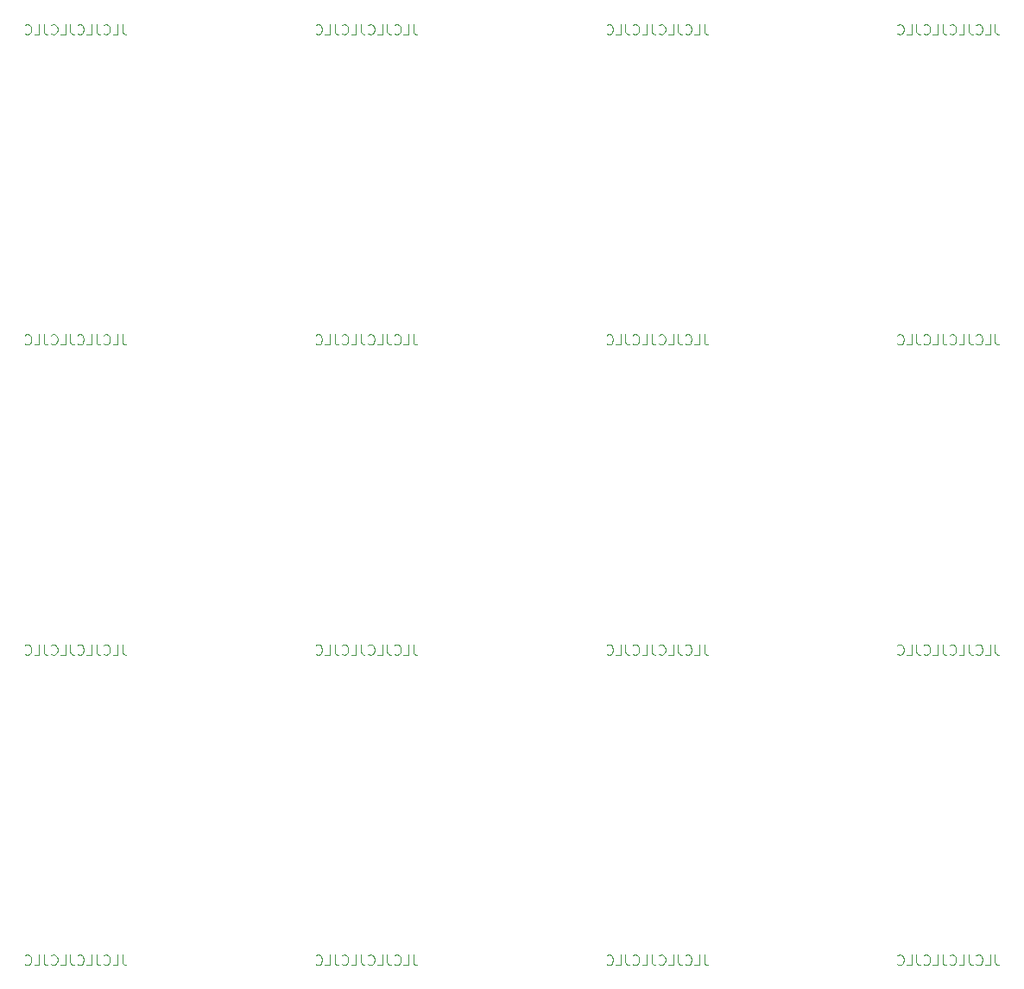
<source format=gbr>
%TF.GenerationSoftware,KiCad,Pcbnew,8.0.6*%
%TF.CreationDate,2024-10-19T01:04:28+01:00*%
%TF.ProjectId,panel,70616e65-6c2e-46b6-9963-61645f706362,rev?*%
%TF.SameCoordinates,Original*%
%TF.FileFunction,Legend,Bot*%
%TF.FilePolarity,Positive*%
%FSLAX46Y46*%
G04 Gerber Fmt 4.6, Leading zero omitted, Abs format (unit mm)*
G04 Created by KiCad (PCBNEW 8.0.6) date 2024-10-19 01:04:28*
%MOMM*%
%LPD*%
G01*
G04 APERTURE LIST*
%ADD10C,0.100000*%
G04 APERTURE END LIST*
D10*
X195840401Y-46012419D02*
X195840401Y-46726704D01*
X195840401Y-46726704D02*
X195888020Y-46869561D01*
X195888020Y-46869561D02*
X195983258Y-46964800D01*
X195983258Y-46964800D02*
X196126115Y-47012419D01*
X196126115Y-47012419D02*
X196221353Y-47012419D01*
X194888020Y-47012419D02*
X195364210Y-47012419D01*
X195364210Y-47012419D02*
X195364210Y-46012419D01*
X193983258Y-46917180D02*
X194030877Y-46964800D01*
X194030877Y-46964800D02*
X194173734Y-47012419D01*
X194173734Y-47012419D02*
X194268972Y-47012419D01*
X194268972Y-47012419D02*
X194411829Y-46964800D01*
X194411829Y-46964800D02*
X194507067Y-46869561D01*
X194507067Y-46869561D02*
X194554686Y-46774323D01*
X194554686Y-46774323D02*
X194602305Y-46583847D01*
X194602305Y-46583847D02*
X194602305Y-46440990D01*
X194602305Y-46440990D02*
X194554686Y-46250514D01*
X194554686Y-46250514D02*
X194507067Y-46155276D01*
X194507067Y-46155276D02*
X194411829Y-46060038D01*
X194411829Y-46060038D02*
X194268972Y-46012419D01*
X194268972Y-46012419D02*
X194173734Y-46012419D01*
X194173734Y-46012419D02*
X194030877Y-46060038D01*
X194030877Y-46060038D02*
X193983258Y-46107657D01*
X193268972Y-46012419D02*
X193268972Y-46726704D01*
X193268972Y-46726704D02*
X193316591Y-46869561D01*
X193316591Y-46869561D02*
X193411829Y-46964800D01*
X193411829Y-46964800D02*
X193554686Y-47012419D01*
X193554686Y-47012419D02*
X193649924Y-47012419D01*
X192316591Y-47012419D02*
X192792781Y-47012419D01*
X192792781Y-47012419D02*
X192792781Y-46012419D01*
X191411829Y-46917180D02*
X191459448Y-46964800D01*
X191459448Y-46964800D02*
X191602305Y-47012419D01*
X191602305Y-47012419D02*
X191697543Y-47012419D01*
X191697543Y-47012419D02*
X191840400Y-46964800D01*
X191840400Y-46964800D02*
X191935638Y-46869561D01*
X191935638Y-46869561D02*
X191983257Y-46774323D01*
X191983257Y-46774323D02*
X192030876Y-46583847D01*
X192030876Y-46583847D02*
X192030876Y-46440990D01*
X192030876Y-46440990D02*
X191983257Y-46250514D01*
X191983257Y-46250514D02*
X191935638Y-46155276D01*
X191935638Y-46155276D02*
X191840400Y-46060038D01*
X191840400Y-46060038D02*
X191697543Y-46012419D01*
X191697543Y-46012419D02*
X191602305Y-46012419D01*
X191602305Y-46012419D02*
X191459448Y-46060038D01*
X191459448Y-46060038D02*
X191411829Y-46107657D01*
X190697543Y-46012419D02*
X190697543Y-46726704D01*
X190697543Y-46726704D02*
X190745162Y-46869561D01*
X190745162Y-46869561D02*
X190840400Y-46964800D01*
X190840400Y-46964800D02*
X190983257Y-47012419D01*
X190983257Y-47012419D02*
X191078495Y-47012419D01*
X189745162Y-47012419D02*
X190221352Y-47012419D01*
X190221352Y-47012419D02*
X190221352Y-46012419D01*
X188840400Y-46917180D02*
X188888019Y-46964800D01*
X188888019Y-46964800D02*
X189030876Y-47012419D01*
X189030876Y-47012419D02*
X189126114Y-47012419D01*
X189126114Y-47012419D02*
X189268971Y-46964800D01*
X189268971Y-46964800D02*
X189364209Y-46869561D01*
X189364209Y-46869561D02*
X189411828Y-46774323D01*
X189411828Y-46774323D02*
X189459447Y-46583847D01*
X189459447Y-46583847D02*
X189459447Y-46440990D01*
X189459447Y-46440990D02*
X189411828Y-46250514D01*
X189411828Y-46250514D02*
X189364209Y-46155276D01*
X189364209Y-46155276D02*
X189268971Y-46060038D01*
X189268971Y-46060038D02*
X189126114Y-46012419D01*
X189126114Y-46012419D02*
X189030876Y-46012419D01*
X189030876Y-46012419D02*
X188888019Y-46060038D01*
X188888019Y-46060038D02*
X188840400Y-46107657D01*
X188126114Y-46012419D02*
X188126114Y-46726704D01*
X188126114Y-46726704D02*
X188173733Y-46869561D01*
X188173733Y-46869561D02*
X188268971Y-46964800D01*
X188268971Y-46964800D02*
X188411828Y-47012419D01*
X188411828Y-47012419D02*
X188507066Y-47012419D01*
X187173733Y-47012419D02*
X187649923Y-47012419D01*
X187649923Y-47012419D02*
X187649923Y-46012419D01*
X186268971Y-46917180D02*
X186316590Y-46964800D01*
X186316590Y-46964800D02*
X186459447Y-47012419D01*
X186459447Y-47012419D02*
X186554685Y-47012419D01*
X186554685Y-47012419D02*
X186697542Y-46964800D01*
X186697542Y-46964800D02*
X186792780Y-46869561D01*
X186792780Y-46869561D02*
X186840399Y-46774323D01*
X186840399Y-46774323D02*
X186888018Y-46583847D01*
X186888018Y-46583847D02*
X186888018Y-46440990D01*
X186888018Y-46440990D02*
X186840399Y-46250514D01*
X186840399Y-46250514D02*
X186792780Y-46155276D01*
X186792780Y-46155276D02*
X186697542Y-46060038D01*
X186697542Y-46060038D02*
X186554685Y-46012419D01*
X186554685Y-46012419D02*
X186459447Y-46012419D01*
X186459447Y-46012419D02*
X186316590Y-46060038D01*
X186316590Y-46060038D02*
X186268971Y-46107657D01*
X167320401Y-137302419D02*
X167320401Y-138016704D01*
X167320401Y-138016704D02*
X167368020Y-138159561D01*
X167368020Y-138159561D02*
X167463258Y-138254800D01*
X167463258Y-138254800D02*
X167606115Y-138302419D01*
X167606115Y-138302419D02*
X167701353Y-138302419D01*
X166368020Y-138302419D02*
X166844210Y-138302419D01*
X166844210Y-138302419D02*
X166844210Y-137302419D01*
X165463258Y-138207180D02*
X165510877Y-138254800D01*
X165510877Y-138254800D02*
X165653734Y-138302419D01*
X165653734Y-138302419D02*
X165748972Y-138302419D01*
X165748972Y-138302419D02*
X165891829Y-138254800D01*
X165891829Y-138254800D02*
X165987067Y-138159561D01*
X165987067Y-138159561D02*
X166034686Y-138064323D01*
X166034686Y-138064323D02*
X166082305Y-137873847D01*
X166082305Y-137873847D02*
X166082305Y-137730990D01*
X166082305Y-137730990D02*
X166034686Y-137540514D01*
X166034686Y-137540514D02*
X165987067Y-137445276D01*
X165987067Y-137445276D02*
X165891829Y-137350038D01*
X165891829Y-137350038D02*
X165748972Y-137302419D01*
X165748972Y-137302419D02*
X165653734Y-137302419D01*
X165653734Y-137302419D02*
X165510877Y-137350038D01*
X165510877Y-137350038D02*
X165463258Y-137397657D01*
X164748972Y-137302419D02*
X164748972Y-138016704D01*
X164748972Y-138016704D02*
X164796591Y-138159561D01*
X164796591Y-138159561D02*
X164891829Y-138254800D01*
X164891829Y-138254800D02*
X165034686Y-138302419D01*
X165034686Y-138302419D02*
X165129924Y-138302419D01*
X163796591Y-138302419D02*
X164272781Y-138302419D01*
X164272781Y-138302419D02*
X164272781Y-137302419D01*
X162891829Y-138207180D02*
X162939448Y-138254800D01*
X162939448Y-138254800D02*
X163082305Y-138302419D01*
X163082305Y-138302419D02*
X163177543Y-138302419D01*
X163177543Y-138302419D02*
X163320400Y-138254800D01*
X163320400Y-138254800D02*
X163415638Y-138159561D01*
X163415638Y-138159561D02*
X163463257Y-138064323D01*
X163463257Y-138064323D02*
X163510876Y-137873847D01*
X163510876Y-137873847D02*
X163510876Y-137730990D01*
X163510876Y-137730990D02*
X163463257Y-137540514D01*
X163463257Y-137540514D02*
X163415638Y-137445276D01*
X163415638Y-137445276D02*
X163320400Y-137350038D01*
X163320400Y-137350038D02*
X163177543Y-137302419D01*
X163177543Y-137302419D02*
X163082305Y-137302419D01*
X163082305Y-137302419D02*
X162939448Y-137350038D01*
X162939448Y-137350038D02*
X162891829Y-137397657D01*
X162177543Y-137302419D02*
X162177543Y-138016704D01*
X162177543Y-138016704D02*
X162225162Y-138159561D01*
X162225162Y-138159561D02*
X162320400Y-138254800D01*
X162320400Y-138254800D02*
X162463257Y-138302419D01*
X162463257Y-138302419D02*
X162558495Y-138302419D01*
X161225162Y-138302419D02*
X161701352Y-138302419D01*
X161701352Y-138302419D02*
X161701352Y-137302419D01*
X160320400Y-138207180D02*
X160368019Y-138254800D01*
X160368019Y-138254800D02*
X160510876Y-138302419D01*
X160510876Y-138302419D02*
X160606114Y-138302419D01*
X160606114Y-138302419D02*
X160748971Y-138254800D01*
X160748971Y-138254800D02*
X160844209Y-138159561D01*
X160844209Y-138159561D02*
X160891828Y-138064323D01*
X160891828Y-138064323D02*
X160939447Y-137873847D01*
X160939447Y-137873847D02*
X160939447Y-137730990D01*
X160939447Y-137730990D02*
X160891828Y-137540514D01*
X160891828Y-137540514D02*
X160844209Y-137445276D01*
X160844209Y-137445276D02*
X160748971Y-137350038D01*
X160748971Y-137350038D02*
X160606114Y-137302419D01*
X160606114Y-137302419D02*
X160510876Y-137302419D01*
X160510876Y-137302419D02*
X160368019Y-137350038D01*
X160368019Y-137350038D02*
X160320400Y-137397657D01*
X159606114Y-137302419D02*
X159606114Y-138016704D01*
X159606114Y-138016704D02*
X159653733Y-138159561D01*
X159653733Y-138159561D02*
X159748971Y-138254800D01*
X159748971Y-138254800D02*
X159891828Y-138302419D01*
X159891828Y-138302419D02*
X159987066Y-138302419D01*
X158653733Y-138302419D02*
X159129923Y-138302419D01*
X159129923Y-138302419D02*
X159129923Y-137302419D01*
X157748971Y-138207180D02*
X157796590Y-138254800D01*
X157796590Y-138254800D02*
X157939447Y-138302419D01*
X157939447Y-138302419D02*
X158034685Y-138302419D01*
X158034685Y-138302419D02*
X158177542Y-138254800D01*
X158177542Y-138254800D02*
X158272780Y-138159561D01*
X158272780Y-138159561D02*
X158320399Y-138064323D01*
X158320399Y-138064323D02*
X158368018Y-137873847D01*
X158368018Y-137873847D02*
X158368018Y-137730990D01*
X158368018Y-137730990D02*
X158320399Y-137540514D01*
X158320399Y-137540514D02*
X158272780Y-137445276D01*
X158272780Y-137445276D02*
X158177542Y-137350038D01*
X158177542Y-137350038D02*
X158034685Y-137302419D01*
X158034685Y-137302419D02*
X157939447Y-137302419D01*
X157939447Y-137302419D02*
X157796590Y-137350038D01*
X157796590Y-137350038D02*
X157748971Y-137397657D01*
X138800401Y-76442419D02*
X138800401Y-77156704D01*
X138800401Y-77156704D02*
X138848020Y-77299561D01*
X138848020Y-77299561D02*
X138943258Y-77394800D01*
X138943258Y-77394800D02*
X139086115Y-77442419D01*
X139086115Y-77442419D02*
X139181353Y-77442419D01*
X137848020Y-77442419D02*
X138324210Y-77442419D01*
X138324210Y-77442419D02*
X138324210Y-76442419D01*
X136943258Y-77347180D02*
X136990877Y-77394800D01*
X136990877Y-77394800D02*
X137133734Y-77442419D01*
X137133734Y-77442419D02*
X137228972Y-77442419D01*
X137228972Y-77442419D02*
X137371829Y-77394800D01*
X137371829Y-77394800D02*
X137467067Y-77299561D01*
X137467067Y-77299561D02*
X137514686Y-77204323D01*
X137514686Y-77204323D02*
X137562305Y-77013847D01*
X137562305Y-77013847D02*
X137562305Y-76870990D01*
X137562305Y-76870990D02*
X137514686Y-76680514D01*
X137514686Y-76680514D02*
X137467067Y-76585276D01*
X137467067Y-76585276D02*
X137371829Y-76490038D01*
X137371829Y-76490038D02*
X137228972Y-76442419D01*
X137228972Y-76442419D02*
X137133734Y-76442419D01*
X137133734Y-76442419D02*
X136990877Y-76490038D01*
X136990877Y-76490038D02*
X136943258Y-76537657D01*
X136228972Y-76442419D02*
X136228972Y-77156704D01*
X136228972Y-77156704D02*
X136276591Y-77299561D01*
X136276591Y-77299561D02*
X136371829Y-77394800D01*
X136371829Y-77394800D02*
X136514686Y-77442419D01*
X136514686Y-77442419D02*
X136609924Y-77442419D01*
X135276591Y-77442419D02*
X135752781Y-77442419D01*
X135752781Y-77442419D02*
X135752781Y-76442419D01*
X134371829Y-77347180D02*
X134419448Y-77394800D01*
X134419448Y-77394800D02*
X134562305Y-77442419D01*
X134562305Y-77442419D02*
X134657543Y-77442419D01*
X134657543Y-77442419D02*
X134800400Y-77394800D01*
X134800400Y-77394800D02*
X134895638Y-77299561D01*
X134895638Y-77299561D02*
X134943257Y-77204323D01*
X134943257Y-77204323D02*
X134990876Y-77013847D01*
X134990876Y-77013847D02*
X134990876Y-76870990D01*
X134990876Y-76870990D02*
X134943257Y-76680514D01*
X134943257Y-76680514D02*
X134895638Y-76585276D01*
X134895638Y-76585276D02*
X134800400Y-76490038D01*
X134800400Y-76490038D02*
X134657543Y-76442419D01*
X134657543Y-76442419D02*
X134562305Y-76442419D01*
X134562305Y-76442419D02*
X134419448Y-76490038D01*
X134419448Y-76490038D02*
X134371829Y-76537657D01*
X133657543Y-76442419D02*
X133657543Y-77156704D01*
X133657543Y-77156704D02*
X133705162Y-77299561D01*
X133705162Y-77299561D02*
X133800400Y-77394800D01*
X133800400Y-77394800D02*
X133943257Y-77442419D01*
X133943257Y-77442419D02*
X134038495Y-77442419D01*
X132705162Y-77442419D02*
X133181352Y-77442419D01*
X133181352Y-77442419D02*
X133181352Y-76442419D01*
X131800400Y-77347180D02*
X131848019Y-77394800D01*
X131848019Y-77394800D02*
X131990876Y-77442419D01*
X131990876Y-77442419D02*
X132086114Y-77442419D01*
X132086114Y-77442419D02*
X132228971Y-77394800D01*
X132228971Y-77394800D02*
X132324209Y-77299561D01*
X132324209Y-77299561D02*
X132371828Y-77204323D01*
X132371828Y-77204323D02*
X132419447Y-77013847D01*
X132419447Y-77013847D02*
X132419447Y-76870990D01*
X132419447Y-76870990D02*
X132371828Y-76680514D01*
X132371828Y-76680514D02*
X132324209Y-76585276D01*
X132324209Y-76585276D02*
X132228971Y-76490038D01*
X132228971Y-76490038D02*
X132086114Y-76442419D01*
X132086114Y-76442419D02*
X131990876Y-76442419D01*
X131990876Y-76442419D02*
X131848019Y-76490038D01*
X131848019Y-76490038D02*
X131800400Y-76537657D01*
X131086114Y-76442419D02*
X131086114Y-77156704D01*
X131086114Y-77156704D02*
X131133733Y-77299561D01*
X131133733Y-77299561D02*
X131228971Y-77394800D01*
X131228971Y-77394800D02*
X131371828Y-77442419D01*
X131371828Y-77442419D02*
X131467066Y-77442419D01*
X130133733Y-77442419D02*
X130609923Y-77442419D01*
X130609923Y-77442419D02*
X130609923Y-76442419D01*
X129228971Y-77347180D02*
X129276590Y-77394800D01*
X129276590Y-77394800D02*
X129419447Y-77442419D01*
X129419447Y-77442419D02*
X129514685Y-77442419D01*
X129514685Y-77442419D02*
X129657542Y-77394800D01*
X129657542Y-77394800D02*
X129752780Y-77299561D01*
X129752780Y-77299561D02*
X129800399Y-77204323D01*
X129800399Y-77204323D02*
X129848018Y-77013847D01*
X129848018Y-77013847D02*
X129848018Y-76870990D01*
X129848018Y-76870990D02*
X129800399Y-76680514D01*
X129800399Y-76680514D02*
X129752780Y-76585276D01*
X129752780Y-76585276D02*
X129657542Y-76490038D01*
X129657542Y-76490038D02*
X129514685Y-76442419D01*
X129514685Y-76442419D02*
X129419447Y-76442419D01*
X129419447Y-76442419D02*
X129276590Y-76490038D01*
X129276590Y-76490038D02*
X129228971Y-76537657D01*
X138800401Y-137302419D02*
X138800401Y-138016704D01*
X138800401Y-138016704D02*
X138848020Y-138159561D01*
X138848020Y-138159561D02*
X138943258Y-138254800D01*
X138943258Y-138254800D02*
X139086115Y-138302419D01*
X139086115Y-138302419D02*
X139181353Y-138302419D01*
X137848020Y-138302419D02*
X138324210Y-138302419D01*
X138324210Y-138302419D02*
X138324210Y-137302419D01*
X136943258Y-138207180D02*
X136990877Y-138254800D01*
X136990877Y-138254800D02*
X137133734Y-138302419D01*
X137133734Y-138302419D02*
X137228972Y-138302419D01*
X137228972Y-138302419D02*
X137371829Y-138254800D01*
X137371829Y-138254800D02*
X137467067Y-138159561D01*
X137467067Y-138159561D02*
X137514686Y-138064323D01*
X137514686Y-138064323D02*
X137562305Y-137873847D01*
X137562305Y-137873847D02*
X137562305Y-137730990D01*
X137562305Y-137730990D02*
X137514686Y-137540514D01*
X137514686Y-137540514D02*
X137467067Y-137445276D01*
X137467067Y-137445276D02*
X137371829Y-137350038D01*
X137371829Y-137350038D02*
X137228972Y-137302419D01*
X137228972Y-137302419D02*
X137133734Y-137302419D01*
X137133734Y-137302419D02*
X136990877Y-137350038D01*
X136990877Y-137350038D02*
X136943258Y-137397657D01*
X136228972Y-137302419D02*
X136228972Y-138016704D01*
X136228972Y-138016704D02*
X136276591Y-138159561D01*
X136276591Y-138159561D02*
X136371829Y-138254800D01*
X136371829Y-138254800D02*
X136514686Y-138302419D01*
X136514686Y-138302419D02*
X136609924Y-138302419D01*
X135276591Y-138302419D02*
X135752781Y-138302419D01*
X135752781Y-138302419D02*
X135752781Y-137302419D01*
X134371829Y-138207180D02*
X134419448Y-138254800D01*
X134419448Y-138254800D02*
X134562305Y-138302419D01*
X134562305Y-138302419D02*
X134657543Y-138302419D01*
X134657543Y-138302419D02*
X134800400Y-138254800D01*
X134800400Y-138254800D02*
X134895638Y-138159561D01*
X134895638Y-138159561D02*
X134943257Y-138064323D01*
X134943257Y-138064323D02*
X134990876Y-137873847D01*
X134990876Y-137873847D02*
X134990876Y-137730990D01*
X134990876Y-137730990D02*
X134943257Y-137540514D01*
X134943257Y-137540514D02*
X134895638Y-137445276D01*
X134895638Y-137445276D02*
X134800400Y-137350038D01*
X134800400Y-137350038D02*
X134657543Y-137302419D01*
X134657543Y-137302419D02*
X134562305Y-137302419D01*
X134562305Y-137302419D02*
X134419448Y-137350038D01*
X134419448Y-137350038D02*
X134371829Y-137397657D01*
X133657543Y-137302419D02*
X133657543Y-138016704D01*
X133657543Y-138016704D02*
X133705162Y-138159561D01*
X133705162Y-138159561D02*
X133800400Y-138254800D01*
X133800400Y-138254800D02*
X133943257Y-138302419D01*
X133943257Y-138302419D02*
X134038495Y-138302419D01*
X132705162Y-138302419D02*
X133181352Y-138302419D01*
X133181352Y-138302419D02*
X133181352Y-137302419D01*
X131800400Y-138207180D02*
X131848019Y-138254800D01*
X131848019Y-138254800D02*
X131990876Y-138302419D01*
X131990876Y-138302419D02*
X132086114Y-138302419D01*
X132086114Y-138302419D02*
X132228971Y-138254800D01*
X132228971Y-138254800D02*
X132324209Y-138159561D01*
X132324209Y-138159561D02*
X132371828Y-138064323D01*
X132371828Y-138064323D02*
X132419447Y-137873847D01*
X132419447Y-137873847D02*
X132419447Y-137730990D01*
X132419447Y-137730990D02*
X132371828Y-137540514D01*
X132371828Y-137540514D02*
X132324209Y-137445276D01*
X132324209Y-137445276D02*
X132228971Y-137350038D01*
X132228971Y-137350038D02*
X132086114Y-137302419D01*
X132086114Y-137302419D02*
X131990876Y-137302419D01*
X131990876Y-137302419D02*
X131848019Y-137350038D01*
X131848019Y-137350038D02*
X131800400Y-137397657D01*
X131086114Y-137302419D02*
X131086114Y-138016704D01*
X131086114Y-138016704D02*
X131133733Y-138159561D01*
X131133733Y-138159561D02*
X131228971Y-138254800D01*
X131228971Y-138254800D02*
X131371828Y-138302419D01*
X131371828Y-138302419D02*
X131467066Y-138302419D01*
X130133733Y-138302419D02*
X130609923Y-138302419D01*
X130609923Y-138302419D02*
X130609923Y-137302419D01*
X129228971Y-138207180D02*
X129276590Y-138254800D01*
X129276590Y-138254800D02*
X129419447Y-138302419D01*
X129419447Y-138302419D02*
X129514685Y-138302419D01*
X129514685Y-138302419D02*
X129657542Y-138254800D01*
X129657542Y-138254800D02*
X129752780Y-138159561D01*
X129752780Y-138159561D02*
X129800399Y-138064323D01*
X129800399Y-138064323D02*
X129848018Y-137873847D01*
X129848018Y-137873847D02*
X129848018Y-137730990D01*
X129848018Y-137730990D02*
X129800399Y-137540514D01*
X129800399Y-137540514D02*
X129752780Y-137445276D01*
X129752780Y-137445276D02*
X129657542Y-137350038D01*
X129657542Y-137350038D02*
X129514685Y-137302419D01*
X129514685Y-137302419D02*
X129419447Y-137302419D01*
X129419447Y-137302419D02*
X129276590Y-137350038D01*
X129276590Y-137350038D02*
X129228971Y-137397657D01*
X110280401Y-137302419D02*
X110280401Y-138016704D01*
X110280401Y-138016704D02*
X110328020Y-138159561D01*
X110328020Y-138159561D02*
X110423258Y-138254800D01*
X110423258Y-138254800D02*
X110566115Y-138302419D01*
X110566115Y-138302419D02*
X110661353Y-138302419D01*
X109328020Y-138302419D02*
X109804210Y-138302419D01*
X109804210Y-138302419D02*
X109804210Y-137302419D01*
X108423258Y-138207180D02*
X108470877Y-138254800D01*
X108470877Y-138254800D02*
X108613734Y-138302419D01*
X108613734Y-138302419D02*
X108708972Y-138302419D01*
X108708972Y-138302419D02*
X108851829Y-138254800D01*
X108851829Y-138254800D02*
X108947067Y-138159561D01*
X108947067Y-138159561D02*
X108994686Y-138064323D01*
X108994686Y-138064323D02*
X109042305Y-137873847D01*
X109042305Y-137873847D02*
X109042305Y-137730990D01*
X109042305Y-137730990D02*
X108994686Y-137540514D01*
X108994686Y-137540514D02*
X108947067Y-137445276D01*
X108947067Y-137445276D02*
X108851829Y-137350038D01*
X108851829Y-137350038D02*
X108708972Y-137302419D01*
X108708972Y-137302419D02*
X108613734Y-137302419D01*
X108613734Y-137302419D02*
X108470877Y-137350038D01*
X108470877Y-137350038D02*
X108423258Y-137397657D01*
X107708972Y-137302419D02*
X107708972Y-138016704D01*
X107708972Y-138016704D02*
X107756591Y-138159561D01*
X107756591Y-138159561D02*
X107851829Y-138254800D01*
X107851829Y-138254800D02*
X107994686Y-138302419D01*
X107994686Y-138302419D02*
X108089924Y-138302419D01*
X106756591Y-138302419D02*
X107232781Y-138302419D01*
X107232781Y-138302419D02*
X107232781Y-137302419D01*
X105851829Y-138207180D02*
X105899448Y-138254800D01*
X105899448Y-138254800D02*
X106042305Y-138302419D01*
X106042305Y-138302419D02*
X106137543Y-138302419D01*
X106137543Y-138302419D02*
X106280400Y-138254800D01*
X106280400Y-138254800D02*
X106375638Y-138159561D01*
X106375638Y-138159561D02*
X106423257Y-138064323D01*
X106423257Y-138064323D02*
X106470876Y-137873847D01*
X106470876Y-137873847D02*
X106470876Y-137730990D01*
X106470876Y-137730990D02*
X106423257Y-137540514D01*
X106423257Y-137540514D02*
X106375638Y-137445276D01*
X106375638Y-137445276D02*
X106280400Y-137350038D01*
X106280400Y-137350038D02*
X106137543Y-137302419D01*
X106137543Y-137302419D02*
X106042305Y-137302419D01*
X106042305Y-137302419D02*
X105899448Y-137350038D01*
X105899448Y-137350038D02*
X105851829Y-137397657D01*
X105137543Y-137302419D02*
X105137543Y-138016704D01*
X105137543Y-138016704D02*
X105185162Y-138159561D01*
X105185162Y-138159561D02*
X105280400Y-138254800D01*
X105280400Y-138254800D02*
X105423257Y-138302419D01*
X105423257Y-138302419D02*
X105518495Y-138302419D01*
X104185162Y-138302419D02*
X104661352Y-138302419D01*
X104661352Y-138302419D02*
X104661352Y-137302419D01*
X103280400Y-138207180D02*
X103328019Y-138254800D01*
X103328019Y-138254800D02*
X103470876Y-138302419D01*
X103470876Y-138302419D02*
X103566114Y-138302419D01*
X103566114Y-138302419D02*
X103708971Y-138254800D01*
X103708971Y-138254800D02*
X103804209Y-138159561D01*
X103804209Y-138159561D02*
X103851828Y-138064323D01*
X103851828Y-138064323D02*
X103899447Y-137873847D01*
X103899447Y-137873847D02*
X103899447Y-137730990D01*
X103899447Y-137730990D02*
X103851828Y-137540514D01*
X103851828Y-137540514D02*
X103804209Y-137445276D01*
X103804209Y-137445276D02*
X103708971Y-137350038D01*
X103708971Y-137350038D02*
X103566114Y-137302419D01*
X103566114Y-137302419D02*
X103470876Y-137302419D01*
X103470876Y-137302419D02*
X103328019Y-137350038D01*
X103328019Y-137350038D02*
X103280400Y-137397657D01*
X102566114Y-137302419D02*
X102566114Y-138016704D01*
X102566114Y-138016704D02*
X102613733Y-138159561D01*
X102613733Y-138159561D02*
X102708971Y-138254800D01*
X102708971Y-138254800D02*
X102851828Y-138302419D01*
X102851828Y-138302419D02*
X102947066Y-138302419D01*
X101613733Y-138302419D02*
X102089923Y-138302419D01*
X102089923Y-138302419D02*
X102089923Y-137302419D01*
X100708971Y-138207180D02*
X100756590Y-138254800D01*
X100756590Y-138254800D02*
X100899447Y-138302419D01*
X100899447Y-138302419D02*
X100994685Y-138302419D01*
X100994685Y-138302419D02*
X101137542Y-138254800D01*
X101137542Y-138254800D02*
X101232780Y-138159561D01*
X101232780Y-138159561D02*
X101280399Y-138064323D01*
X101280399Y-138064323D02*
X101328018Y-137873847D01*
X101328018Y-137873847D02*
X101328018Y-137730990D01*
X101328018Y-137730990D02*
X101280399Y-137540514D01*
X101280399Y-137540514D02*
X101232780Y-137445276D01*
X101232780Y-137445276D02*
X101137542Y-137350038D01*
X101137542Y-137350038D02*
X100994685Y-137302419D01*
X100994685Y-137302419D02*
X100899447Y-137302419D01*
X100899447Y-137302419D02*
X100756590Y-137350038D01*
X100756590Y-137350038D02*
X100708971Y-137397657D01*
X138800401Y-46012419D02*
X138800401Y-46726704D01*
X138800401Y-46726704D02*
X138848020Y-46869561D01*
X138848020Y-46869561D02*
X138943258Y-46964800D01*
X138943258Y-46964800D02*
X139086115Y-47012419D01*
X139086115Y-47012419D02*
X139181353Y-47012419D01*
X137848020Y-47012419D02*
X138324210Y-47012419D01*
X138324210Y-47012419D02*
X138324210Y-46012419D01*
X136943258Y-46917180D02*
X136990877Y-46964800D01*
X136990877Y-46964800D02*
X137133734Y-47012419D01*
X137133734Y-47012419D02*
X137228972Y-47012419D01*
X137228972Y-47012419D02*
X137371829Y-46964800D01*
X137371829Y-46964800D02*
X137467067Y-46869561D01*
X137467067Y-46869561D02*
X137514686Y-46774323D01*
X137514686Y-46774323D02*
X137562305Y-46583847D01*
X137562305Y-46583847D02*
X137562305Y-46440990D01*
X137562305Y-46440990D02*
X137514686Y-46250514D01*
X137514686Y-46250514D02*
X137467067Y-46155276D01*
X137467067Y-46155276D02*
X137371829Y-46060038D01*
X137371829Y-46060038D02*
X137228972Y-46012419D01*
X137228972Y-46012419D02*
X137133734Y-46012419D01*
X137133734Y-46012419D02*
X136990877Y-46060038D01*
X136990877Y-46060038D02*
X136943258Y-46107657D01*
X136228972Y-46012419D02*
X136228972Y-46726704D01*
X136228972Y-46726704D02*
X136276591Y-46869561D01*
X136276591Y-46869561D02*
X136371829Y-46964800D01*
X136371829Y-46964800D02*
X136514686Y-47012419D01*
X136514686Y-47012419D02*
X136609924Y-47012419D01*
X135276591Y-47012419D02*
X135752781Y-47012419D01*
X135752781Y-47012419D02*
X135752781Y-46012419D01*
X134371829Y-46917180D02*
X134419448Y-46964800D01*
X134419448Y-46964800D02*
X134562305Y-47012419D01*
X134562305Y-47012419D02*
X134657543Y-47012419D01*
X134657543Y-47012419D02*
X134800400Y-46964800D01*
X134800400Y-46964800D02*
X134895638Y-46869561D01*
X134895638Y-46869561D02*
X134943257Y-46774323D01*
X134943257Y-46774323D02*
X134990876Y-46583847D01*
X134990876Y-46583847D02*
X134990876Y-46440990D01*
X134990876Y-46440990D02*
X134943257Y-46250514D01*
X134943257Y-46250514D02*
X134895638Y-46155276D01*
X134895638Y-46155276D02*
X134800400Y-46060038D01*
X134800400Y-46060038D02*
X134657543Y-46012419D01*
X134657543Y-46012419D02*
X134562305Y-46012419D01*
X134562305Y-46012419D02*
X134419448Y-46060038D01*
X134419448Y-46060038D02*
X134371829Y-46107657D01*
X133657543Y-46012419D02*
X133657543Y-46726704D01*
X133657543Y-46726704D02*
X133705162Y-46869561D01*
X133705162Y-46869561D02*
X133800400Y-46964800D01*
X133800400Y-46964800D02*
X133943257Y-47012419D01*
X133943257Y-47012419D02*
X134038495Y-47012419D01*
X132705162Y-47012419D02*
X133181352Y-47012419D01*
X133181352Y-47012419D02*
X133181352Y-46012419D01*
X131800400Y-46917180D02*
X131848019Y-46964800D01*
X131848019Y-46964800D02*
X131990876Y-47012419D01*
X131990876Y-47012419D02*
X132086114Y-47012419D01*
X132086114Y-47012419D02*
X132228971Y-46964800D01*
X132228971Y-46964800D02*
X132324209Y-46869561D01*
X132324209Y-46869561D02*
X132371828Y-46774323D01*
X132371828Y-46774323D02*
X132419447Y-46583847D01*
X132419447Y-46583847D02*
X132419447Y-46440990D01*
X132419447Y-46440990D02*
X132371828Y-46250514D01*
X132371828Y-46250514D02*
X132324209Y-46155276D01*
X132324209Y-46155276D02*
X132228971Y-46060038D01*
X132228971Y-46060038D02*
X132086114Y-46012419D01*
X132086114Y-46012419D02*
X131990876Y-46012419D01*
X131990876Y-46012419D02*
X131848019Y-46060038D01*
X131848019Y-46060038D02*
X131800400Y-46107657D01*
X131086114Y-46012419D02*
X131086114Y-46726704D01*
X131086114Y-46726704D02*
X131133733Y-46869561D01*
X131133733Y-46869561D02*
X131228971Y-46964800D01*
X131228971Y-46964800D02*
X131371828Y-47012419D01*
X131371828Y-47012419D02*
X131467066Y-47012419D01*
X130133733Y-47012419D02*
X130609923Y-47012419D01*
X130609923Y-47012419D02*
X130609923Y-46012419D01*
X129228971Y-46917180D02*
X129276590Y-46964800D01*
X129276590Y-46964800D02*
X129419447Y-47012419D01*
X129419447Y-47012419D02*
X129514685Y-47012419D01*
X129514685Y-47012419D02*
X129657542Y-46964800D01*
X129657542Y-46964800D02*
X129752780Y-46869561D01*
X129752780Y-46869561D02*
X129800399Y-46774323D01*
X129800399Y-46774323D02*
X129848018Y-46583847D01*
X129848018Y-46583847D02*
X129848018Y-46440990D01*
X129848018Y-46440990D02*
X129800399Y-46250514D01*
X129800399Y-46250514D02*
X129752780Y-46155276D01*
X129752780Y-46155276D02*
X129657542Y-46060038D01*
X129657542Y-46060038D02*
X129514685Y-46012419D01*
X129514685Y-46012419D02*
X129419447Y-46012419D01*
X129419447Y-46012419D02*
X129276590Y-46060038D01*
X129276590Y-46060038D02*
X129228971Y-46107657D01*
X167320401Y-76442419D02*
X167320401Y-77156704D01*
X167320401Y-77156704D02*
X167368020Y-77299561D01*
X167368020Y-77299561D02*
X167463258Y-77394800D01*
X167463258Y-77394800D02*
X167606115Y-77442419D01*
X167606115Y-77442419D02*
X167701353Y-77442419D01*
X166368020Y-77442419D02*
X166844210Y-77442419D01*
X166844210Y-77442419D02*
X166844210Y-76442419D01*
X165463258Y-77347180D02*
X165510877Y-77394800D01*
X165510877Y-77394800D02*
X165653734Y-77442419D01*
X165653734Y-77442419D02*
X165748972Y-77442419D01*
X165748972Y-77442419D02*
X165891829Y-77394800D01*
X165891829Y-77394800D02*
X165987067Y-77299561D01*
X165987067Y-77299561D02*
X166034686Y-77204323D01*
X166034686Y-77204323D02*
X166082305Y-77013847D01*
X166082305Y-77013847D02*
X166082305Y-76870990D01*
X166082305Y-76870990D02*
X166034686Y-76680514D01*
X166034686Y-76680514D02*
X165987067Y-76585276D01*
X165987067Y-76585276D02*
X165891829Y-76490038D01*
X165891829Y-76490038D02*
X165748972Y-76442419D01*
X165748972Y-76442419D02*
X165653734Y-76442419D01*
X165653734Y-76442419D02*
X165510877Y-76490038D01*
X165510877Y-76490038D02*
X165463258Y-76537657D01*
X164748972Y-76442419D02*
X164748972Y-77156704D01*
X164748972Y-77156704D02*
X164796591Y-77299561D01*
X164796591Y-77299561D02*
X164891829Y-77394800D01*
X164891829Y-77394800D02*
X165034686Y-77442419D01*
X165034686Y-77442419D02*
X165129924Y-77442419D01*
X163796591Y-77442419D02*
X164272781Y-77442419D01*
X164272781Y-77442419D02*
X164272781Y-76442419D01*
X162891829Y-77347180D02*
X162939448Y-77394800D01*
X162939448Y-77394800D02*
X163082305Y-77442419D01*
X163082305Y-77442419D02*
X163177543Y-77442419D01*
X163177543Y-77442419D02*
X163320400Y-77394800D01*
X163320400Y-77394800D02*
X163415638Y-77299561D01*
X163415638Y-77299561D02*
X163463257Y-77204323D01*
X163463257Y-77204323D02*
X163510876Y-77013847D01*
X163510876Y-77013847D02*
X163510876Y-76870990D01*
X163510876Y-76870990D02*
X163463257Y-76680514D01*
X163463257Y-76680514D02*
X163415638Y-76585276D01*
X163415638Y-76585276D02*
X163320400Y-76490038D01*
X163320400Y-76490038D02*
X163177543Y-76442419D01*
X163177543Y-76442419D02*
X163082305Y-76442419D01*
X163082305Y-76442419D02*
X162939448Y-76490038D01*
X162939448Y-76490038D02*
X162891829Y-76537657D01*
X162177543Y-76442419D02*
X162177543Y-77156704D01*
X162177543Y-77156704D02*
X162225162Y-77299561D01*
X162225162Y-77299561D02*
X162320400Y-77394800D01*
X162320400Y-77394800D02*
X162463257Y-77442419D01*
X162463257Y-77442419D02*
X162558495Y-77442419D01*
X161225162Y-77442419D02*
X161701352Y-77442419D01*
X161701352Y-77442419D02*
X161701352Y-76442419D01*
X160320400Y-77347180D02*
X160368019Y-77394800D01*
X160368019Y-77394800D02*
X160510876Y-77442419D01*
X160510876Y-77442419D02*
X160606114Y-77442419D01*
X160606114Y-77442419D02*
X160748971Y-77394800D01*
X160748971Y-77394800D02*
X160844209Y-77299561D01*
X160844209Y-77299561D02*
X160891828Y-77204323D01*
X160891828Y-77204323D02*
X160939447Y-77013847D01*
X160939447Y-77013847D02*
X160939447Y-76870990D01*
X160939447Y-76870990D02*
X160891828Y-76680514D01*
X160891828Y-76680514D02*
X160844209Y-76585276D01*
X160844209Y-76585276D02*
X160748971Y-76490038D01*
X160748971Y-76490038D02*
X160606114Y-76442419D01*
X160606114Y-76442419D02*
X160510876Y-76442419D01*
X160510876Y-76442419D02*
X160368019Y-76490038D01*
X160368019Y-76490038D02*
X160320400Y-76537657D01*
X159606114Y-76442419D02*
X159606114Y-77156704D01*
X159606114Y-77156704D02*
X159653733Y-77299561D01*
X159653733Y-77299561D02*
X159748971Y-77394800D01*
X159748971Y-77394800D02*
X159891828Y-77442419D01*
X159891828Y-77442419D02*
X159987066Y-77442419D01*
X158653733Y-77442419D02*
X159129923Y-77442419D01*
X159129923Y-77442419D02*
X159129923Y-76442419D01*
X157748971Y-77347180D02*
X157796590Y-77394800D01*
X157796590Y-77394800D02*
X157939447Y-77442419D01*
X157939447Y-77442419D02*
X158034685Y-77442419D01*
X158034685Y-77442419D02*
X158177542Y-77394800D01*
X158177542Y-77394800D02*
X158272780Y-77299561D01*
X158272780Y-77299561D02*
X158320399Y-77204323D01*
X158320399Y-77204323D02*
X158368018Y-77013847D01*
X158368018Y-77013847D02*
X158368018Y-76870990D01*
X158368018Y-76870990D02*
X158320399Y-76680514D01*
X158320399Y-76680514D02*
X158272780Y-76585276D01*
X158272780Y-76585276D02*
X158177542Y-76490038D01*
X158177542Y-76490038D02*
X158034685Y-76442419D01*
X158034685Y-76442419D02*
X157939447Y-76442419D01*
X157939447Y-76442419D02*
X157796590Y-76490038D01*
X157796590Y-76490038D02*
X157748971Y-76537657D01*
X195840401Y-106872419D02*
X195840401Y-107586704D01*
X195840401Y-107586704D02*
X195888020Y-107729561D01*
X195888020Y-107729561D02*
X195983258Y-107824800D01*
X195983258Y-107824800D02*
X196126115Y-107872419D01*
X196126115Y-107872419D02*
X196221353Y-107872419D01*
X194888020Y-107872419D02*
X195364210Y-107872419D01*
X195364210Y-107872419D02*
X195364210Y-106872419D01*
X193983258Y-107777180D02*
X194030877Y-107824800D01*
X194030877Y-107824800D02*
X194173734Y-107872419D01*
X194173734Y-107872419D02*
X194268972Y-107872419D01*
X194268972Y-107872419D02*
X194411829Y-107824800D01*
X194411829Y-107824800D02*
X194507067Y-107729561D01*
X194507067Y-107729561D02*
X194554686Y-107634323D01*
X194554686Y-107634323D02*
X194602305Y-107443847D01*
X194602305Y-107443847D02*
X194602305Y-107300990D01*
X194602305Y-107300990D02*
X194554686Y-107110514D01*
X194554686Y-107110514D02*
X194507067Y-107015276D01*
X194507067Y-107015276D02*
X194411829Y-106920038D01*
X194411829Y-106920038D02*
X194268972Y-106872419D01*
X194268972Y-106872419D02*
X194173734Y-106872419D01*
X194173734Y-106872419D02*
X194030877Y-106920038D01*
X194030877Y-106920038D02*
X193983258Y-106967657D01*
X193268972Y-106872419D02*
X193268972Y-107586704D01*
X193268972Y-107586704D02*
X193316591Y-107729561D01*
X193316591Y-107729561D02*
X193411829Y-107824800D01*
X193411829Y-107824800D02*
X193554686Y-107872419D01*
X193554686Y-107872419D02*
X193649924Y-107872419D01*
X192316591Y-107872419D02*
X192792781Y-107872419D01*
X192792781Y-107872419D02*
X192792781Y-106872419D01*
X191411829Y-107777180D02*
X191459448Y-107824800D01*
X191459448Y-107824800D02*
X191602305Y-107872419D01*
X191602305Y-107872419D02*
X191697543Y-107872419D01*
X191697543Y-107872419D02*
X191840400Y-107824800D01*
X191840400Y-107824800D02*
X191935638Y-107729561D01*
X191935638Y-107729561D02*
X191983257Y-107634323D01*
X191983257Y-107634323D02*
X192030876Y-107443847D01*
X192030876Y-107443847D02*
X192030876Y-107300990D01*
X192030876Y-107300990D02*
X191983257Y-107110514D01*
X191983257Y-107110514D02*
X191935638Y-107015276D01*
X191935638Y-107015276D02*
X191840400Y-106920038D01*
X191840400Y-106920038D02*
X191697543Y-106872419D01*
X191697543Y-106872419D02*
X191602305Y-106872419D01*
X191602305Y-106872419D02*
X191459448Y-106920038D01*
X191459448Y-106920038D02*
X191411829Y-106967657D01*
X190697543Y-106872419D02*
X190697543Y-107586704D01*
X190697543Y-107586704D02*
X190745162Y-107729561D01*
X190745162Y-107729561D02*
X190840400Y-107824800D01*
X190840400Y-107824800D02*
X190983257Y-107872419D01*
X190983257Y-107872419D02*
X191078495Y-107872419D01*
X189745162Y-107872419D02*
X190221352Y-107872419D01*
X190221352Y-107872419D02*
X190221352Y-106872419D01*
X188840400Y-107777180D02*
X188888019Y-107824800D01*
X188888019Y-107824800D02*
X189030876Y-107872419D01*
X189030876Y-107872419D02*
X189126114Y-107872419D01*
X189126114Y-107872419D02*
X189268971Y-107824800D01*
X189268971Y-107824800D02*
X189364209Y-107729561D01*
X189364209Y-107729561D02*
X189411828Y-107634323D01*
X189411828Y-107634323D02*
X189459447Y-107443847D01*
X189459447Y-107443847D02*
X189459447Y-107300990D01*
X189459447Y-107300990D02*
X189411828Y-107110514D01*
X189411828Y-107110514D02*
X189364209Y-107015276D01*
X189364209Y-107015276D02*
X189268971Y-106920038D01*
X189268971Y-106920038D02*
X189126114Y-106872419D01*
X189126114Y-106872419D02*
X189030876Y-106872419D01*
X189030876Y-106872419D02*
X188888019Y-106920038D01*
X188888019Y-106920038D02*
X188840400Y-106967657D01*
X188126114Y-106872419D02*
X188126114Y-107586704D01*
X188126114Y-107586704D02*
X188173733Y-107729561D01*
X188173733Y-107729561D02*
X188268971Y-107824800D01*
X188268971Y-107824800D02*
X188411828Y-107872419D01*
X188411828Y-107872419D02*
X188507066Y-107872419D01*
X187173733Y-107872419D02*
X187649923Y-107872419D01*
X187649923Y-107872419D02*
X187649923Y-106872419D01*
X186268971Y-107777180D02*
X186316590Y-107824800D01*
X186316590Y-107824800D02*
X186459447Y-107872419D01*
X186459447Y-107872419D02*
X186554685Y-107872419D01*
X186554685Y-107872419D02*
X186697542Y-107824800D01*
X186697542Y-107824800D02*
X186792780Y-107729561D01*
X186792780Y-107729561D02*
X186840399Y-107634323D01*
X186840399Y-107634323D02*
X186888018Y-107443847D01*
X186888018Y-107443847D02*
X186888018Y-107300990D01*
X186888018Y-107300990D02*
X186840399Y-107110514D01*
X186840399Y-107110514D02*
X186792780Y-107015276D01*
X186792780Y-107015276D02*
X186697542Y-106920038D01*
X186697542Y-106920038D02*
X186554685Y-106872419D01*
X186554685Y-106872419D02*
X186459447Y-106872419D01*
X186459447Y-106872419D02*
X186316590Y-106920038D01*
X186316590Y-106920038D02*
X186268971Y-106967657D01*
X138800401Y-106872419D02*
X138800401Y-107586704D01*
X138800401Y-107586704D02*
X138848020Y-107729561D01*
X138848020Y-107729561D02*
X138943258Y-107824800D01*
X138943258Y-107824800D02*
X139086115Y-107872419D01*
X139086115Y-107872419D02*
X139181353Y-107872419D01*
X137848020Y-107872419D02*
X138324210Y-107872419D01*
X138324210Y-107872419D02*
X138324210Y-106872419D01*
X136943258Y-107777180D02*
X136990877Y-107824800D01*
X136990877Y-107824800D02*
X137133734Y-107872419D01*
X137133734Y-107872419D02*
X137228972Y-107872419D01*
X137228972Y-107872419D02*
X137371829Y-107824800D01*
X137371829Y-107824800D02*
X137467067Y-107729561D01*
X137467067Y-107729561D02*
X137514686Y-107634323D01*
X137514686Y-107634323D02*
X137562305Y-107443847D01*
X137562305Y-107443847D02*
X137562305Y-107300990D01*
X137562305Y-107300990D02*
X137514686Y-107110514D01*
X137514686Y-107110514D02*
X137467067Y-107015276D01*
X137467067Y-107015276D02*
X137371829Y-106920038D01*
X137371829Y-106920038D02*
X137228972Y-106872419D01*
X137228972Y-106872419D02*
X137133734Y-106872419D01*
X137133734Y-106872419D02*
X136990877Y-106920038D01*
X136990877Y-106920038D02*
X136943258Y-106967657D01*
X136228972Y-106872419D02*
X136228972Y-107586704D01*
X136228972Y-107586704D02*
X136276591Y-107729561D01*
X136276591Y-107729561D02*
X136371829Y-107824800D01*
X136371829Y-107824800D02*
X136514686Y-107872419D01*
X136514686Y-107872419D02*
X136609924Y-107872419D01*
X135276591Y-107872419D02*
X135752781Y-107872419D01*
X135752781Y-107872419D02*
X135752781Y-106872419D01*
X134371829Y-107777180D02*
X134419448Y-107824800D01*
X134419448Y-107824800D02*
X134562305Y-107872419D01*
X134562305Y-107872419D02*
X134657543Y-107872419D01*
X134657543Y-107872419D02*
X134800400Y-107824800D01*
X134800400Y-107824800D02*
X134895638Y-107729561D01*
X134895638Y-107729561D02*
X134943257Y-107634323D01*
X134943257Y-107634323D02*
X134990876Y-107443847D01*
X134990876Y-107443847D02*
X134990876Y-107300990D01*
X134990876Y-107300990D02*
X134943257Y-107110514D01*
X134943257Y-107110514D02*
X134895638Y-107015276D01*
X134895638Y-107015276D02*
X134800400Y-106920038D01*
X134800400Y-106920038D02*
X134657543Y-106872419D01*
X134657543Y-106872419D02*
X134562305Y-106872419D01*
X134562305Y-106872419D02*
X134419448Y-106920038D01*
X134419448Y-106920038D02*
X134371829Y-106967657D01*
X133657543Y-106872419D02*
X133657543Y-107586704D01*
X133657543Y-107586704D02*
X133705162Y-107729561D01*
X133705162Y-107729561D02*
X133800400Y-107824800D01*
X133800400Y-107824800D02*
X133943257Y-107872419D01*
X133943257Y-107872419D02*
X134038495Y-107872419D01*
X132705162Y-107872419D02*
X133181352Y-107872419D01*
X133181352Y-107872419D02*
X133181352Y-106872419D01*
X131800400Y-107777180D02*
X131848019Y-107824800D01*
X131848019Y-107824800D02*
X131990876Y-107872419D01*
X131990876Y-107872419D02*
X132086114Y-107872419D01*
X132086114Y-107872419D02*
X132228971Y-107824800D01*
X132228971Y-107824800D02*
X132324209Y-107729561D01*
X132324209Y-107729561D02*
X132371828Y-107634323D01*
X132371828Y-107634323D02*
X132419447Y-107443847D01*
X132419447Y-107443847D02*
X132419447Y-107300990D01*
X132419447Y-107300990D02*
X132371828Y-107110514D01*
X132371828Y-107110514D02*
X132324209Y-107015276D01*
X132324209Y-107015276D02*
X132228971Y-106920038D01*
X132228971Y-106920038D02*
X132086114Y-106872419D01*
X132086114Y-106872419D02*
X131990876Y-106872419D01*
X131990876Y-106872419D02*
X131848019Y-106920038D01*
X131848019Y-106920038D02*
X131800400Y-106967657D01*
X131086114Y-106872419D02*
X131086114Y-107586704D01*
X131086114Y-107586704D02*
X131133733Y-107729561D01*
X131133733Y-107729561D02*
X131228971Y-107824800D01*
X131228971Y-107824800D02*
X131371828Y-107872419D01*
X131371828Y-107872419D02*
X131467066Y-107872419D01*
X130133733Y-107872419D02*
X130609923Y-107872419D01*
X130609923Y-107872419D02*
X130609923Y-106872419D01*
X129228971Y-107777180D02*
X129276590Y-107824800D01*
X129276590Y-107824800D02*
X129419447Y-107872419D01*
X129419447Y-107872419D02*
X129514685Y-107872419D01*
X129514685Y-107872419D02*
X129657542Y-107824800D01*
X129657542Y-107824800D02*
X129752780Y-107729561D01*
X129752780Y-107729561D02*
X129800399Y-107634323D01*
X129800399Y-107634323D02*
X129848018Y-107443847D01*
X129848018Y-107443847D02*
X129848018Y-107300990D01*
X129848018Y-107300990D02*
X129800399Y-107110514D01*
X129800399Y-107110514D02*
X129752780Y-107015276D01*
X129752780Y-107015276D02*
X129657542Y-106920038D01*
X129657542Y-106920038D02*
X129514685Y-106872419D01*
X129514685Y-106872419D02*
X129419447Y-106872419D01*
X129419447Y-106872419D02*
X129276590Y-106920038D01*
X129276590Y-106920038D02*
X129228971Y-106967657D01*
X110280401Y-76442419D02*
X110280401Y-77156704D01*
X110280401Y-77156704D02*
X110328020Y-77299561D01*
X110328020Y-77299561D02*
X110423258Y-77394800D01*
X110423258Y-77394800D02*
X110566115Y-77442419D01*
X110566115Y-77442419D02*
X110661353Y-77442419D01*
X109328020Y-77442419D02*
X109804210Y-77442419D01*
X109804210Y-77442419D02*
X109804210Y-76442419D01*
X108423258Y-77347180D02*
X108470877Y-77394800D01*
X108470877Y-77394800D02*
X108613734Y-77442419D01*
X108613734Y-77442419D02*
X108708972Y-77442419D01*
X108708972Y-77442419D02*
X108851829Y-77394800D01*
X108851829Y-77394800D02*
X108947067Y-77299561D01*
X108947067Y-77299561D02*
X108994686Y-77204323D01*
X108994686Y-77204323D02*
X109042305Y-77013847D01*
X109042305Y-77013847D02*
X109042305Y-76870990D01*
X109042305Y-76870990D02*
X108994686Y-76680514D01*
X108994686Y-76680514D02*
X108947067Y-76585276D01*
X108947067Y-76585276D02*
X108851829Y-76490038D01*
X108851829Y-76490038D02*
X108708972Y-76442419D01*
X108708972Y-76442419D02*
X108613734Y-76442419D01*
X108613734Y-76442419D02*
X108470877Y-76490038D01*
X108470877Y-76490038D02*
X108423258Y-76537657D01*
X107708972Y-76442419D02*
X107708972Y-77156704D01*
X107708972Y-77156704D02*
X107756591Y-77299561D01*
X107756591Y-77299561D02*
X107851829Y-77394800D01*
X107851829Y-77394800D02*
X107994686Y-77442419D01*
X107994686Y-77442419D02*
X108089924Y-77442419D01*
X106756591Y-77442419D02*
X107232781Y-77442419D01*
X107232781Y-77442419D02*
X107232781Y-76442419D01*
X105851829Y-77347180D02*
X105899448Y-77394800D01*
X105899448Y-77394800D02*
X106042305Y-77442419D01*
X106042305Y-77442419D02*
X106137543Y-77442419D01*
X106137543Y-77442419D02*
X106280400Y-77394800D01*
X106280400Y-77394800D02*
X106375638Y-77299561D01*
X106375638Y-77299561D02*
X106423257Y-77204323D01*
X106423257Y-77204323D02*
X106470876Y-77013847D01*
X106470876Y-77013847D02*
X106470876Y-76870990D01*
X106470876Y-76870990D02*
X106423257Y-76680514D01*
X106423257Y-76680514D02*
X106375638Y-76585276D01*
X106375638Y-76585276D02*
X106280400Y-76490038D01*
X106280400Y-76490038D02*
X106137543Y-76442419D01*
X106137543Y-76442419D02*
X106042305Y-76442419D01*
X106042305Y-76442419D02*
X105899448Y-76490038D01*
X105899448Y-76490038D02*
X105851829Y-76537657D01*
X105137543Y-76442419D02*
X105137543Y-77156704D01*
X105137543Y-77156704D02*
X105185162Y-77299561D01*
X105185162Y-77299561D02*
X105280400Y-77394800D01*
X105280400Y-77394800D02*
X105423257Y-77442419D01*
X105423257Y-77442419D02*
X105518495Y-77442419D01*
X104185162Y-77442419D02*
X104661352Y-77442419D01*
X104661352Y-77442419D02*
X104661352Y-76442419D01*
X103280400Y-77347180D02*
X103328019Y-77394800D01*
X103328019Y-77394800D02*
X103470876Y-77442419D01*
X103470876Y-77442419D02*
X103566114Y-77442419D01*
X103566114Y-77442419D02*
X103708971Y-77394800D01*
X103708971Y-77394800D02*
X103804209Y-77299561D01*
X103804209Y-77299561D02*
X103851828Y-77204323D01*
X103851828Y-77204323D02*
X103899447Y-77013847D01*
X103899447Y-77013847D02*
X103899447Y-76870990D01*
X103899447Y-76870990D02*
X103851828Y-76680514D01*
X103851828Y-76680514D02*
X103804209Y-76585276D01*
X103804209Y-76585276D02*
X103708971Y-76490038D01*
X103708971Y-76490038D02*
X103566114Y-76442419D01*
X103566114Y-76442419D02*
X103470876Y-76442419D01*
X103470876Y-76442419D02*
X103328019Y-76490038D01*
X103328019Y-76490038D02*
X103280400Y-76537657D01*
X102566114Y-76442419D02*
X102566114Y-77156704D01*
X102566114Y-77156704D02*
X102613733Y-77299561D01*
X102613733Y-77299561D02*
X102708971Y-77394800D01*
X102708971Y-77394800D02*
X102851828Y-77442419D01*
X102851828Y-77442419D02*
X102947066Y-77442419D01*
X101613733Y-77442419D02*
X102089923Y-77442419D01*
X102089923Y-77442419D02*
X102089923Y-76442419D01*
X100708971Y-77347180D02*
X100756590Y-77394800D01*
X100756590Y-77394800D02*
X100899447Y-77442419D01*
X100899447Y-77442419D02*
X100994685Y-77442419D01*
X100994685Y-77442419D02*
X101137542Y-77394800D01*
X101137542Y-77394800D02*
X101232780Y-77299561D01*
X101232780Y-77299561D02*
X101280399Y-77204323D01*
X101280399Y-77204323D02*
X101328018Y-77013847D01*
X101328018Y-77013847D02*
X101328018Y-76870990D01*
X101328018Y-76870990D02*
X101280399Y-76680514D01*
X101280399Y-76680514D02*
X101232780Y-76585276D01*
X101232780Y-76585276D02*
X101137542Y-76490038D01*
X101137542Y-76490038D02*
X100994685Y-76442419D01*
X100994685Y-76442419D02*
X100899447Y-76442419D01*
X100899447Y-76442419D02*
X100756590Y-76490038D01*
X100756590Y-76490038D02*
X100708971Y-76537657D01*
X110280401Y-46012419D02*
X110280401Y-46726704D01*
X110280401Y-46726704D02*
X110328020Y-46869561D01*
X110328020Y-46869561D02*
X110423258Y-46964800D01*
X110423258Y-46964800D02*
X110566115Y-47012419D01*
X110566115Y-47012419D02*
X110661353Y-47012419D01*
X109328020Y-47012419D02*
X109804210Y-47012419D01*
X109804210Y-47012419D02*
X109804210Y-46012419D01*
X108423258Y-46917180D02*
X108470877Y-46964800D01*
X108470877Y-46964800D02*
X108613734Y-47012419D01*
X108613734Y-47012419D02*
X108708972Y-47012419D01*
X108708972Y-47012419D02*
X108851829Y-46964800D01*
X108851829Y-46964800D02*
X108947067Y-46869561D01*
X108947067Y-46869561D02*
X108994686Y-46774323D01*
X108994686Y-46774323D02*
X109042305Y-46583847D01*
X109042305Y-46583847D02*
X109042305Y-46440990D01*
X109042305Y-46440990D02*
X108994686Y-46250514D01*
X108994686Y-46250514D02*
X108947067Y-46155276D01*
X108947067Y-46155276D02*
X108851829Y-46060038D01*
X108851829Y-46060038D02*
X108708972Y-46012419D01*
X108708972Y-46012419D02*
X108613734Y-46012419D01*
X108613734Y-46012419D02*
X108470877Y-46060038D01*
X108470877Y-46060038D02*
X108423258Y-46107657D01*
X107708972Y-46012419D02*
X107708972Y-46726704D01*
X107708972Y-46726704D02*
X107756591Y-46869561D01*
X107756591Y-46869561D02*
X107851829Y-46964800D01*
X107851829Y-46964800D02*
X107994686Y-47012419D01*
X107994686Y-47012419D02*
X108089924Y-47012419D01*
X106756591Y-47012419D02*
X107232781Y-47012419D01*
X107232781Y-47012419D02*
X107232781Y-46012419D01*
X105851829Y-46917180D02*
X105899448Y-46964800D01*
X105899448Y-46964800D02*
X106042305Y-47012419D01*
X106042305Y-47012419D02*
X106137543Y-47012419D01*
X106137543Y-47012419D02*
X106280400Y-46964800D01*
X106280400Y-46964800D02*
X106375638Y-46869561D01*
X106375638Y-46869561D02*
X106423257Y-46774323D01*
X106423257Y-46774323D02*
X106470876Y-46583847D01*
X106470876Y-46583847D02*
X106470876Y-46440990D01*
X106470876Y-46440990D02*
X106423257Y-46250514D01*
X106423257Y-46250514D02*
X106375638Y-46155276D01*
X106375638Y-46155276D02*
X106280400Y-46060038D01*
X106280400Y-46060038D02*
X106137543Y-46012419D01*
X106137543Y-46012419D02*
X106042305Y-46012419D01*
X106042305Y-46012419D02*
X105899448Y-46060038D01*
X105899448Y-46060038D02*
X105851829Y-46107657D01*
X105137543Y-46012419D02*
X105137543Y-46726704D01*
X105137543Y-46726704D02*
X105185162Y-46869561D01*
X105185162Y-46869561D02*
X105280400Y-46964800D01*
X105280400Y-46964800D02*
X105423257Y-47012419D01*
X105423257Y-47012419D02*
X105518495Y-47012419D01*
X104185162Y-47012419D02*
X104661352Y-47012419D01*
X104661352Y-47012419D02*
X104661352Y-46012419D01*
X103280400Y-46917180D02*
X103328019Y-46964800D01*
X103328019Y-46964800D02*
X103470876Y-47012419D01*
X103470876Y-47012419D02*
X103566114Y-47012419D01*
X103566114Y-47012419D02*
X103708971Y-46964800D01*
X103708971Y-46964800D02*
X103804209Y-46869561D01*
X103804209Y-46869561D02*
X103851828Y-46774323D01*
X103851828Y-46774323D02*
X103899447Y-46583847D01*
X103899447Y-46583847D02*
X103899447Y-46440990D01*
X103899447Y-46440990D02*
X103851828Y-46250514D01*
X103851828Y-46250514D02*
X103804209Y-46155276D01*
X103804209Y-46155276D02*
X103708971Y-46060038D01*
X103708971Y-46060038D02*
X103566114Y-46012419D01*
X103566114Y-46012419D02*
X103470876Y-46012419D01*
X103470876Y-46012419D02*
X103328019Y-46060038D01*
X103328019Y-46060038D02*
X103280400Y-46107657D01*
X102566114Y-46012419D02*
X102566114Y-46726704D01*
X102566114Y-46726704D02*
X102613733Y-46869561D01*
X102613733Y-46869561D02*
X102708971Y-46964800D01*
X102708971Y-46964800D02*
X102851828Y-47012419D01*
X102851828Y-47012419D02*
X102947066Y-47012419D01*
X101613733Y-47012419D02*
X102089923Y-47012419D01*
X102089923Y-47012419D02*
X102089923Y-46012419D01*
X100708971Y-46917180D02*
X100756590Y-46964800D01*
X100756590Y-46964800D02*
X100899447Y-47012419D01*
X100899447Y-47012419D02*
X100994685Y-47012419D01*
X100994685Y-47012419D02*
X101137542Y-46964800D01*
X101137542Y-46964800D02*
X101232780Y-46869561D01*
X101232780Y-46869561D02*
X101280399Y-46774323D01*
X101280399Y-46774323D02*
X101328018Y-46583847D01*
X101328018Y-46583847D02*
X101328018Y-46440990D01*
X101328018Y-46440990D02*
X101280399Y-46250514D01*
X101280399Y-46250514D02*
X101232780Y-46155276D01*
X101232780Y-46155276D02*
X101137542Y-46060038D01*
X101137542Y-46060038D02*
X100994685Y-46012419D01*
X100994685Y-46012419D02*
X100899447Y-46012419D01*
X100899447Y-46012419D02*
X100756590Y-46060038D01*
X100756590Y-46060038D02*
X100708971Y-46107657D01*
X110280401Y-106872419D02*
X110280401Y-107586704D01*
X110280401Y-107586704D02*
X110328020Y-107729561D01*
X110328020Y-107729561D02*
X110423258Y-107824800D01*
X110423258Y-107824800D02*
X110566115Y-107872419D01*
X110566115Y-107872419D02*
X110661353Y-107872419D01*
X109328020Y-107872419D02*
X109804210Y-107872419D01*
X109804210Y-107872419D02*
X109804210Y-106872419D01*
X108423258Y-107777180D02*
X108470877Y-107824800D01*
X108470877Y-107824800D02*
X108613734Y-107872419D01*
X108613734Y-107872419D02*
X108708972Y-107872419D01*
X108708972Y-107872419D02*
X108851829Y-107824800D01*
X108851829Y-107824800D02*
X108947067Y-107729561D01*
X108947067Y-107729561D02*
X108994686Y-107634323D01*
X108994686Y-107634323D02*
X109042305Y-107443847D01*
X109042305Y-107443847D02*
X109042305Y-107300990D01*
X109042305Y-107300990D02*
X108994686Y-107110514D01*
X108994686Y-107110514D02*
X108947067Y-107015276D01*
X108947067Y-107015276D02*
X108851829Y-106920038D01*
X108851829Y-106920038D02*
X108708972Y-106872419D01*
X108708972Y-106872419D02*
X108613734Y-106872419D01*
X108613734Y-106872419D02*
X108470877Y-106920038D01*
X108470877Y-106920038D02*
X108423258Y-106967657D01*
X107708972Y-106872419D02*
X107708972Y-107586704D01*
X107708972Y-107586704D02*
X107756591Y-107729561D01*
X107756591Y-107729561D02*
X107851829Y-107824800D01*
X107851829Y-107824800D02*
X107994686Y-107872419D01*
X107994686Y-107872419D02*
X108089924Y-107872419D01*
X106756591Y-107872419D02*
X107232781Y-107872419D01*
X107232781Y-107872419D02*
X107232781Y-106872419D01*
X105851829Y-107777180D02*
X105899448Y-107824800D01*
X105899448Y-107824800D02*
X106042305Y-107872419D01*
X106042305Y-107872419D02*
X106137543Y-107872419D01*
X106137543Y-107872419D02*
X106280400Y-107824800D01*
X106280400Y-107824800D02*
X106375638Y-107729561D01*
X106375638Y-107729561D02*
X106423257Y-107634323D01*
X106423257Y-107634323D02*
X106470876Y-107443847D01*
X106470876Y-107443847D02*
X106470876Y-107300990D01*
X106470876Y-107300990D02*
X106423257Y-107110514D01*
X106423257Y-107110514D02*
X106375638Y-107015276D01*
X106375638Y-107015276D02*
X106280400Y-106920038D01*
X106280400Y-106920038D02*
X106137543Y-106872419D01*
X106137543Y-106872419D02*
X106042305Y-106872419D01*
X106042305Y-106872419D02*
X105899448Y-106920038D01*
X105899448Y-106920038D02*
X105851829Y-106967657D01*
X105137543Y-106872419D02*
X105137543Y-107586704D01*
X105137543Y-107586704D02*
X105185162Y-107729561D01*
X105185162Y-107729561D02*
X105280400Y-107824800D01*
X105280400Y-107824800D02*
X105423257Y-107872419D01*
X105423257Y-107872419D02*
X105518495Y-107872419D01*
X104185162Y-107872419D02*
X104661352Y-107872419D01*
X104661352Y-107872419D02*
X104661352Y-106872419D01*
X103280400Y-107777180D02*
X103328019Y-107824800D01*
X103328019Y-107824800D02*
X103470876Y-107872419D01*
X103470876Y-107872419D02*
X103566114Y-107872419D01*
X103566114Y-107872419D02*
X103708971Y-107824800D01*
X103708971Y-107824800D02*
X103804209Y-107729561D01*
X103804209Y-107729561D02*
X103851828Y-107634323D01*
X103851828Y-107634323D02*
X103899447Y-107443847D01*
X103899447Y-107443847D02*
X103899447Y-107300990D01*
X103899447Y-107300990D02*
X103851828Y-107110514D01*
X103851828Y-107110514D02*
X103804209Y-107015276D01*
X103804209Y-107015276D02*
X103708971Y-106920038D01*
X103708971Y-106920038D02*
X103566114Y-106872419D01*
X103566114Y-106872419D02*
X103470876Y-106872419D01*
X103470876Y-106872419D02*
X103328019Y-106920038D01*
X103328019Y-106920038D02*
X103280400Y-106967657D01*
X102566114Y-106872419D02*
X102566114Y-107586704D01*
X102566114Y-107586704D02*
X102613733Y-107729561D01*
X102613733Y-107729561D02*
X102708971Y-107824800D01*
X102708971Y-107824800D02*
X102851828Y-107872419D01*
X102851828Y-107872419D02*
X102947066Y-107872419D01*
X101613733Y-107872419D02*
X102089923Y-107872419D01*
X102089923Y-107872419D02*
X102089923Y-106872419D01*
X100708971Y-107777180D02*
X100756590Y-107824800D01*
X100756590Y-107824800D02*
X100899447Y-107872419D01*
X100899447Y-107872419D02*
X100994685Y-107872419D01*
X100994685Y-107872419D02*
X101137542Y-107824800D01*
X101137542Y-107824800D02*
X101232780Y-107729561D01*
X101232780Y-107729561D02*
X101280399Y-107634323D01*
X101280399Y-107634323D02*
X101328018Y-107443847D01*
X101328018Y-107443847D02*
X101328018Y-107300990D01*
X101328018Y-107300990D02*
X101280399Y-107110514D01*
X101280399Y-107110514D02*
X101232780Y-107015276D01*
X101232780Y-107015276D02*
X101137542Y-106920038D01*
X101137542Y-106920038D02*
X100994685Y-106872419D01*
X100994685Y-106872419D02*
X100899447Y-106872419D01*
X100899447Y-106872419D02*
X100756590Y-106920038D01*
X100756590Y-106920038D02*
X100708971Y-106967657D01*
X195840401Y-137302419D02*
X195840401Y-138016704D01*
X195840401Y-138016704D02*
X195888020Y-138159561D01*
X195888020Y-138159561D02*
X195983258Y-138254800D01*
X195983258Y-138254800D02*
X196126115Y-138302419D01*
X196126115Y-138302419D02*
X196221353Y-138302419D01*
X194888020Y-138302419D02*
X195364210Y-138302419D01*
X195364210Y-138302419D02*
X195364210Y-137302419D01*
X193983258Y-138207180D02*
X194030877Y-138254800D01*
X194030877Y-138254800D02*
X194173734Y-138302419D01*
X194173734Y-138302419D02*
X194268972Y-138302419D01*
X194268972Y-138302419D02*
X194411829Y-138254800D01*
X194411829Y-138254800D02*
X194507067Y-138159561D01*
X194507067Y-138159561D02*
X194554686Y-138064323D01*
X194554686Y-138064323D02*
X194602305Y-137873847D01*
X194602305Y-137873847D02*
X194602305Y-137730990D01*
X194602305Y-137730990D02*
X194554686Y-137540514D01*
X194554686Y-137540514D02*
X194507067Y-137445276D01*
X194507067Y-137445276D02*
X194411829Y-137350038D01*
X194411829Y-137350038D02*
X194268972Y-137302419D01*
X194268972Y-137302419D02*
X194173734Y-137302419D01*
X194173734Y-137302419D02*
X194030877Y-137350038D01*
X194030877Y-137350038D02*
X193983258Y-137397657D01*
X193268972Y-137302419D02*
X193268972Y-138016704D01*
X193268972Y-138016704D02*
X193316591Y-138159561D01*
X193316591Y-138159561D02*
X193411829Y-138254800D01*
X193411829Y-138254800D02*
X193554686Y-138302419D01*
X193554686Y-138302419D02*
X193649924Y-138302419D01*
X192316591Y-138302419D02*
X192792781Y-138302419D01*
X192792781Y-138302419D02*
X192792781Y-137302419D01*
X191411829Y-138207180D02*
X191459448Y-138254800D01*
X191459448Y-138254800D02*
X191602305Y-138302419D01*
X191602305Y-138302419D02*
X191697543Y-138302419D01*
X191697543Y-138302419D02*
X191840400Y-138254800D01*
X191840400Y-138254800D02*
X191935638Y-138159561D01*
X191935638Y-138159561D02*
X191983257Y-138064323D01*
X191983257Y-138064323D02*
X192030876Y-137873847D01*
X192030876Y-137873847D02*
X192030876Y-137730990D01*
X192030876Y-137730990D02*
X191983257Y-137540514D01*
X191983257Y-137540514D02*
X191935638Y-137445276D01*
X191935638Y-137445276D02*
X191840400Y-137350038D01*
X191840400Y-137350038D02*
X191697543Y-137302419D01*
X191697543Y-137302419D02*
X191602305Y-137302419D01*
X191602305Y-137302419D02*
X191459448Y-137350038D01*
X191459448Y-137350038D02*
X191411829Y-137397657D01*
X190697543Y-137302419D02*
X190697543Y-138016704D01*
X190697543Y-138016704D02*
X190745162Y-138159561D01*
X190745162Y-138159561D02*
X190840400Y-138254800D01*
X190840400Y-138254800D02*
X190983257Y-138302419D01*
X190983257Y-138302419D02*
X191078495Y-138302419D01*
X189745162Y-138302419D02*
X190221352Y-138302419D01*
X190221352Y-138302419D02*
X190221352Y-137302419D01*
X188840400Y-138207180D02*
X188888019Y-138254800D01*
X188888019Y-138254800D02*
X189030876Y-138302419D01*
X189030876Y-138302419D02*
X189126114Y-138302419D01*
X189126114Y-138302419D02*
X189268971Y-138254800D01*
X189268971Y-138254800D02*
X189364209Y-138159561D01*
X189364209Y-138159561D02*
X189411828Y-138064323D01*
X189411828Y-138064323D02*
X189459447Y-137873847D01*
X189459447Y-137873847D02*
X189459447Y-137730990D01*
X189459447Y-137730990D02*
X189411828Y-137540514D01*
X189411828Y-137540514D02*
X189364209Y-137445276D01*
X189364209Y-137445276D02*
X189268971Y-137350038D01*
X189268971Y-137350038D02*
X189126114Y-137302419D01*
X189126114Y-137302419D02*
X189030876Y-137302419D01*
X189030876Y-137302419D02*
X188888019Y-137350038D01*
X188888019Y-137350038D02*
X188840400Y-137397657D01*
X188126114Y-137302419D02*
X188126114Y-138016704D01*
X188126114Y-138016704D02*
X188173733Y-138159561D01*
X188173733Y-138159561D02*
X188268971Y-138254800D01*
X188268971Y-138254800D02*
X188411828Y-138302419D01*
X188411828Y-138302419D02*
X188507066Y-138302419D01*
X187173733Y-138302419D02*
X187649923Y-138302419D01*
X187649923Y-138302419D02*
X187649923Y-137302419D01*
X186268971Y-138207180D02*
X186316590Y-138254800D01*
X186316590Y-138254800D02*
X186459447Y-138302419D01*
X186459447Y-138302419D02*
X186554685Y-138302419D01*
X186554685Y-138302419D02*
X186697542Y-138254800D01*
X186697542Y-138254800D02*
X186792780Y-138159561D01*
X186792780Y-138159561D02*
X186840399Y-138064323D01*
X186840399Y-138064323D02*
X186888018Y-137873847D01*
X186888018Y-137873847D02*
X186888018Y-137730990D01*
X186888018Y-137730990D02*
X186840399Y-137540514D01*
X186840399Y-137540514D02*
X186792780Y-137445276D01*
X186792780Y-137445276D02*
X186697542Y-137350038D01*
X186697542Y-137350038D02*
X186554685Y-137302419D01*
X186554685Y-137302419D02*
X186459447Y-137302419D01*
X186459447Y-137302419D02*
X186316590Y-137350038D01*
X186316590Y-137350038D02*
X186268971Y-137397657D01*
X167320401Y-46012419D02*
X167320401Y-46726704D01*
X167320401Y-46726704D02*
X167368020Y-46869561D01*
X167368020Y-46869561D02*
X167463258Y-46964800D01*
X167463258Y-46964800D02*
X167606115Y-47012419D01*
X167606115Y-47012419D02*
X167701353Y-47012419D01*
X166368020Y-47012419D02*
X166844210Y-47012419D01*
X166844210Y-47012419D02*
X166844210Y-46012419D01*
X165463258Y-46917180D02*
X165510877Y-46964800D01*
X165510877Y-46964800D02*
X165653734Y-47012419D01*
X165653734Y-47012419D02*
X165748972Y-47012419D01*
X165748972Y-47012419D02*
X165891829Y-46964800D01*
X165891829Y-46964800D02*
X165987067Y-46869561D01*
X165987067Y-46869561D02*
X166034686Y-46774323D01*
X166034686Y-46774323D02*
X166082305Y-46583847D01*
X166082305Y-46583847D02*
X166082305Y-46440990D01*
X166082305Y-46440990D02*
X166034686Y-46250514D01*
X166034686Y-46250514D02*
X165987067Y-46155276D01*
X165987067Y-46155276D02*
X165891829Y-46060038D01*
X165891829Y-46060038D02*
X165748972Y-46012419D01*
X165748972Y-46012419D02*
X165653734Y-46012419D01*
X165653734Y-46012419D02*
X165510877Y-46060038D01*
X165510877Y-46060038D02*
X165463258Y-46107657D01*
X164748972Y-46012419D02*
X164748972Y-46726704D01*
X164748972Y-46726704D02*
X164796591Y-46869561D01*
X164796591Y-46869561D02*
X164891829Y-46964800D01*
X164891829Y-46964800D02*
X165034686Y-47012419D01*
X165034686Y-47012419D02*
X165129924Y-47012419D01*
X163796591Y-47012419D02*
X164272781Y-47012419D01*
X164272781Y-47012419D02*
X164272781Y-46012419D01*
X162891829Y-46917180D02*
X162939448Y-46964800D01*
X162939448Y-46964800D02*
X163082305Y-47012419D01*
X163082305Y-47012419D02*
X163177543Y-47012419D01*
X163177543Y-47012419D02*
X163320400Y-46964800D01*
X163320400Y-46964800D02*
X163415638Y-46869561D01*
X163415638Y-46869561D02*
X163463257Y-46774323D01*
X163463257Y-46774323D02*
X163510876Y-46583847D01*
X163510876Y-46583847D02*
X163510876Y-46440990D01*
X163510876Y-46440990D02*
X163463257Y-46250514D01*
X163463257Y-46250514D02*
X163415638Y-46155276D01*
X163415638Y-46155276D02*
X163320400Y-46060038D01*
X163320400Y-46060038D02*
X163177543Y-46012419D01*
X163177543Y-46012419D02*
X163082305Y-46012419D01*
X163082305Y-46012419D02*
X162939448Y-46060038D01*
X162939448Y-46060038D02*
X162891829Y-46107657D01*
X162177543Y-46012419D02*
X162177543Y-46726704D01*
X162177543Y-46726704D02*
X162225162Y-46869561D01*
X162225162Y-46869561D02*
X162320400Y-46964800D01*
X162320400Y-46964800D02*
X162463257Y-47012419D01*
X162463257Y-47012419D02*
X162558495Y-47012419D01*
X161225162Y-47012419D02*
X161701352Y-47012419D01*
X161701352Y-47012419D02*
X161701352Y-46012419D01*
X160320400Y-46917180D02*
X160368019Y-46964800D01*
X160368019Y-46964800D02*
X160510876Y-47012419D01*
X160510876Y-47012419D02*
X160606114Y-47012419D01*
X160606114Y-47012419D02*
X160748971Y-46964800D01*
X160748971Y-46964800D02*
X160844209Y-46869561D01*
X160844209Y-46869561D02*
X160891828Y-46774323D01*
X160891828Y-46774323D02*
X160939447Y-46583847D01*
X160939447Y-46583847D02*
X160939447Y-46440990D01*
X160939447Y-46440990D02*
X160891828Y-46250514D01*
X160891828Y-46250514D02*
X160844209Y-46155276D01*
X160844209Y-46155276D02*
X160748971Y-46060038D01*
X160748971Y-46060038D02*
X160606114Y-46012419D01*
X160606114Y-46012419D02*
X160510876Y-46012419D01*
X160510876Y-46012419D02*
X160368019Y-46060038D01*
X160368019Y-46060038D02*
X160320400Y-46107657D01*
X159606114Y-46012419D02*
X159606114Y-46726704D01*
X159606114Y-46726704D02*
X159653733Y-46869561D01*
X159653733Y-46869561D02*
X159748971Y-46964800D01*
X159748971Y-46964800D02*
X159891828Y-47012419D01*
X159891828Y-47012419D02*
X159987066Y-47012419D01*
X158653733Y-47012419D02*
X159129923Y-47012419D01*
X159129923Y-47012419D02*
X159129923Y-46012419D01*
X157748971Y-46917180D02*
X157796590Y-46964800D01*
X157796590Y-46964800D02*
X157939447Y-47012419D01*
X157939447Y-47012419D02*
X158034685Y-47012419D01*
X158034685Y-47012419D02*
X158177542Y-46964800D01*
X158177542Y-46964800D02*
X158272780Y-46869561D01*
X158272780Y-46869561D02*
X158320399Y-46774323D01*
X158320399Y-46774323D02*
X158368018Y-46583847D01*
X158368018Y-46583847D02*
X158368018Y-46440990D01*
X158368018Y-46440990D02*
X158320399Y-46250514D01*
X158320399Y-46250514D02*
X158272780Y-46155276D01*
X158272780Y-46155276D02*
X158177542Y-46060038D01*
X158177542Y-46060038D02*
X158034685Y-46012419D01*
X158034685Y-46012419D02*
X157939447Y-46012419D01*
X157939447Y-46012419D02*
X157796590Y-46060038D01*
X157796590Y-46060038D02*
X157748971Y-46107657D01*
X167320401Y-106872419D02*
X167320401Y-107586704D01*
X167320401Y-107586704D02*
X167368020Y-107729561D01*
X167368020Y-107729561D02*
X167463258Y-107824800D01*
X167463258Y-107824800D02*
X167606115Y-107872419D01*
X167606115Y-107872419D02*
X167701353Y-107872419D01*
X166368020Y-107872419D02*
X166844210Y-107872419D01*
X166844210Y-107872419D02*
X166844210Y-106872419D01*
X165463258Y-107777180D02*
X165510877Y-107824800D01*
X165510877Y-107824800D02*
X165653734Y-107872419D01*
X165653734Y-107872419D02*
X165748972Y-107872419D01*
X165748972Y-107872419D02*
X165891829Y-107824800D01*
X165891829Y-107824800D02*
X165987067Y-107729561D01*
X165987067Y-107729561D02*
X166034686Y-107634323D01*
X166034686Y-107634323D02*
X166082305Y-107443847D01*
X166082305Y-107443847D02*
X166082305Y-107300990D01*
X166082305Y-107300990D02*
X166034686Y-107110514D01*
X166034686Y-107110514D02*
X165987067Y-107015276D01*
X165987067Y-107015276D02*
X165891829Y-106920038D01*
X165891829Y-106920038D02*
X165748972Y-106872419D01*
X165748972Y-106872419D02*
X165653734Y-106872419D01*
X165653734Y-106872419D02*
X165510877Y-106920038D01*
X165510877Y-106920038D02*
X165463258Y-106967657D01*
X164748972Y-106872419D02*
X164748972Y-107586704D01*
X164748972Y-107586704D02*
X164796591Y-107729561D01*
X164796591Y-107729561D02*
X164891829Y-107824800D01*
X164891829Y-107824800D02*
X165034686Y-107872419D01*
X165034686Y-107872419D02*
X165129924Y-107872419D01*
X163796591Y-107872419D02*
X164272781Y-107872419D01*
X164272781Y-107872419D02*
X164272781Y-106872419D01*
X162891829Y-107777180D02*
X162939448Y-107824800D01*
X162939448Y-107824800D02*
X163082305Y-107872419D01*
X163082305Y-107872419D02*
X163177543Y-107872419D01*
X163177543Y-107872419D02*
X163320400Y-107824800D01*
X163320400Y-107824800D02*
X163415638Y-107729561D01*
X163415638Y-107729561D02*
X163463257Y-107634323D01*
X163463257Y-107634323D02*
X163510876Y-107443847D01*
X163510876Y-107443847D02*
X163510876Y-107300990D01*
X163510876Y-107300990D02*
X163463257Y-107110514D01*
X163463257Y-107110514D02*
X163415638Y-107015276D01*
X163415638Y-107015276D02*
X163320400Y-106920038D01*
X163320400Y-106920038D02*
X163177543Y-106872419D01*
X163177543Y-106872419D02*
X163082305Y-106872419D01*
X163082305Y-106872419D02*
X162939448Y-106920038D01*
X162939448Y-106920038D02*
X162891829Y-106967657D01*
X162177543Y-106872419D02*
X162177543Y-107586704D01*
X162177543Y-107586704D02*
X162225162Y-107729561D01*
X162225162Y-107729561D02*
X162320400Y-107824800D01*
X162320400Y-107824800D02*
X162463257Y-107872419D01*
X162463257Y-107872419D02*
X162558495Y-107872419D01*
X161225162Y-107872419D02*
X161701352Y-107872419D01*
X161701352Y-107872419D02*
X161701352Y-106872419D01*
X160320400Y-107777180D02*
X160368019Y-107824800D01*
X160368019Y-107824800D02*
X160510876Y-107872419D01*
X160510876Y-107872419D02*
X160606114Y-107872419D01*
X160606114Y-107872419D02*
X160748971Y-107824800D01*
X160748971Y-107824800D02*
X160844209Y-107729561D01*
X160844209Y-107729561D02*
X160891828Y-107634323D01*
X160891828Y-107634323D02*
X160939447Y-107443847D01*
X160939447Y-107443847D02*
X160939447Y-107300990D01*
X160939447Y-107300990D02*
X160891828Y-107110514D01*
X160891828Y-107110514D02*
X160844209Y-107015276D01*
X160844209Y-107015276D02*
X160748971Y-106920038D01*
X160748971Y-106920038D02*
X160606114Y-106872419D01*
X160606114Y-106872419D02*
X160510876Y-106872419D01*
X160510876Y-106872419D02*
X160368019Y-106920038D01*
X160368019Y-106920038D02*
X160320400Y-106967657D01*
X159606114Y-106872419D02*
X159606114Y-107586704D01*
X159606114Y-107586704D02*
X159653733Y-107729561D01*
X159653733Y-107729561D02*
X159748971Y-107824800D01*
X159748971Y-107824800D02*
X159891828Y-107872419D01*
X159891828Y-107872419D02*
X159987066Y-107872419D01*
X158653733Y-107872419D02*
X159129923Y-107872419D01*
X159129923Y-107872419D02*
X159129923Y-106872419D01*
X157748971Y-107777180D02*
X157796590Y-107824800D01*
X157796590Y-107824800D02*
X157939447Y-107872419D01*
X157939447Y-107872419D02*
X158034685Y-107872419D01*
X158034685Y-107872419D02*
X158177542Y-107824800D01*
X158177542Y-107824800D02*
X158272780Y-107729561D01*
X158272780Y-107729561D02*
X158320399Y-107634323D01*
X158320399Y-107634323D02*
X158368018Y-107443847D01*
X158368018Y-107443847D02*
X158368018Y-107300990D01*
X158368018Y-107300990D02*
X158320399Y-107110514D01*
X158320399Y-107110514D02*
X158272780Y-107015276D01*
X158272780Y-107015276D02*
X158177542Y-106920038D01*
X158177542Y-106920038D02*
X158034685Y-106872419D01*
X158034685Y-106872419D02*
X157939447Y-106872419D01*
X157939447Y-106872419D02*
X157796590Y-106920038D01*
X157796590Y-106920038D02*
X157748971Y-106967657D01*
X195840401Y-76442419D02*
X195840401Y-77156704D01*
X195840401Y-77156704D02*
X195888020Y-77299561D01*
X195888020Y-77299561D02*
X195983258Y-77394800D01*
X195983258Y-77394800D02*
X196126115Y-77442419D01*
X196126115Y-77442419D02*
X196221353Y-77442419D01*
X194888020Y-77442419D02*
X195364210Y-77442419D01*
X195364210Y-77442419D02*
X195364210Y-76442419D01*
X193983258Y-77347180D02*
X194030877Y-77394800D01*
X194030877Y-77394800D02*
X194173734Y-77442419D01*
X194173734Y-77442419D02*
X194268972Y-77442419D01*
X194268972Y-77442419D02*
X194411829Y-77394800D01*
X194411829Y-77394800D02*
X194507067Y-77299561D01*
X194507067Y-77299561D02*
X194554686Y-77204323D01*
X194554686Y-77204323D02*
X194602305Y-77013847D01*
X194602305Y-77013847D02*
X194602305Y-76870990D01*
X194602305Y-76870990D02*
X194554686Y-76680514D01*
X194554686Y-76680514D02*
X194507067Y-76585276D01*
X194507067Y-76585276D02*
X194411829Y-76490038D01*
X194411829Y-76490038D02*
X194268972Y-76442419D01*
X194268972Y-76442419D02*
X194173734Y-76442419D01*
X194173734Y-76442419D02*
X194030877Y-76490038D01*
X194030877Y-76490038D02*
X193983258Y-76537657D01*
X193268972Y-76442419D02*
X193268972Y-77156704D01*
X193268972Y-77156704D02*
X193316591Y-77299561D01*
X193316591Y-77299561D02*
X193411829Y-77394800D01*
X193411829Y-77394800D02*
X193554686Y-77442419D01*
X193554686Y-77442419D02*
X193649924Y-77442419D01*
X192316591Y-77442419D02*
X192792781Y-77442419D01*
X192792781Y-77442419D02*
X192792781Y-76442419D01*
X191411829Y-77347180D02*
X191459448Y-77394800D01*
X191459448Y-77394800D02*
X191602305Y-77442419D01*
X191602305Y-77442419D02*
X191697543Y-77442419D01*
X191697543Y-77442419D02*
X191840400Y-77394800D01*
X191840400Y-77394800D02*
X191935638Y-77299561D01*
X191935638Y-77299561D02*
X191983257Y-77204323D01*
X191983257Y-77204323D02*
X192030876Y-77013847D01*
X192030876Y-77013847D02*
X192030876Y-76870990D01*
X192030876Y-76870990D02*
X191983257Y-76680514D01*
X191983257Y-76680514D02*
X191935638Y-76585276D01*
X191935638Y-76585276D02*
X191840400Y-76490038D01*
X191840400Y-76490038D02*
X191697543Y-76442419D01*
X191697543Y-76442419D02*
X191602305Y-76442419D01*
X191602305Y-76442419D02*
X191459448Y-76490038D01*
X191459448Y-76490038D02*
X191411829Y-76537657D01*
X190697543Y-76442419D02*
X190697543Y-77156704D01*
X190697543Y-77156704D02*
X190745162Y-77299561D01*
X190745162Y-77299561D02*
X190840400Y-77394800D01*
X190840400Y-77394800D02*
X190983257Y-77442419D01*
X190983257Y-77442419D02*
X191078495Y-77442419D01*
X189745162Y-77442419D02*
X190221352Y-77442419D01*
X190221352Y-77442419D02*
X190221352Y-76442419D01*
X188840400Y-77347180D02*
X188888019Y-77394800D01*
X188888019Y-77394800D02*
X189030876Y-77442419D01*
X189030876Y-77442419D02*
X189126114Y-77442419D01*
X189126114Y-77442419D02*
X189268971Y-77394800D01*
X189268971Y-77394800D02*
X189364209Y-77299561D01*
X189364209Y-77299561D02*
X189411828Y-77204323D01*
X189411828Y-77204323D02*
X189459447Y-77013847D01*
X189459447Y-77013847D02*
X189459447Y-76870990D01*
X189459447Y-76870990D02*
X189411828Y-76680514D01*
X189411828Y-76680514D02*
X189364209Y-76585276D01*
X189364209Y-76585276D02*
X189268971Y-76490038D01*
X189268971Y-76490038D02*
X189126114Y-76442419D01*
X189126114Y-76442419D02*
X189030876Y-76442419D01*
X189030876Y-76442419D02*
X188888019Y-76490038D01*
X188888019Y-76490038D02*
X188840400Y-76537657D01*
X188126114Y-76442419D02*
X188126114Y-77156704D01*
X188126114Y-77156704D02*
X188173733Y-77299561D01*
X188173733Y-77299561D02*
X188268971Y-77394800D01*
X188268971Y-77394800D02*
X188411828Y-77442419D01*
X188411828Y-77442419D02*
X188507066Y-77442419D01*
X187173733Y-77442419D02*
X187649923Y-77442419D01*
X187649923Y-77442419D02*
X187649923Y-76442419D01*
X186268971Y-77347180D02*
X186316590Y-77394800D01*
X186316590Y-77394800D02*
X186459447Y-77442419D01*
X186459447Y-77442419D02*
X186554685Y-77442419D01*
X186554685Y-77442419D02*
X186697542Y-77394800D01*
X186697542Y-77394800D02*
X186792780Y-77299561D01*
X186792780Y-77299561D02*
X186840399Y-77204323D01*
X186840399Y-77204323D02*
X186888018Y-77013847D01*
X186888018Y-77013847D02*
X186888018Y-76870990D01*
X186888018Y-76870990D02*
X186840399Y-76680514D01*
X186840399Y-76680514D02*
X186792780Y-76585276D01*
X186792780Y-76585276D02*
X186697542Y-76490038D01*
X186697542Y-76490038D02*
X186554685Y-76442419D01*
X186554685Y-76442419D02*
X186459447Y-76442419D01*
X186459447Y-76442419D02*
X186316590Y-76490038D01*
X186316590Y-76490038D02*
X186268971Y-76537657D01*
M02*

</source>
